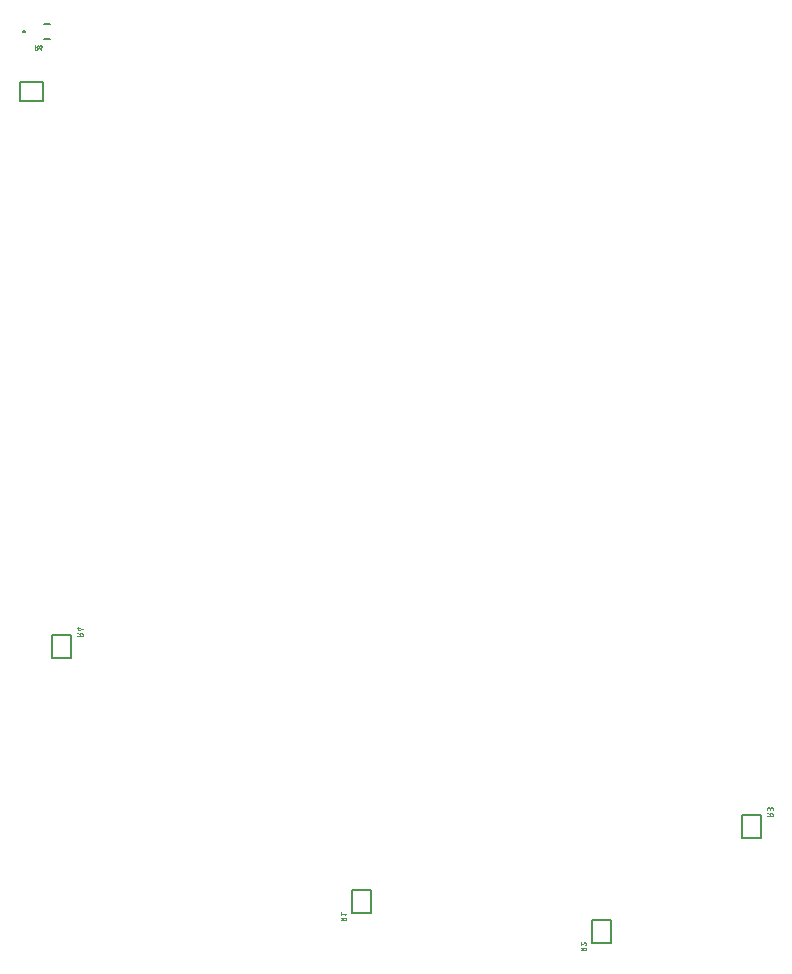
<source format=gbr>
G04 EAGLE Gerber RS-274X export*
G75*
%MOMM*%
%FSLAX34Y34*%
%LPD*%
%INSilkscreen Bottom*%
%IPPOS*%
%AMOC8*
5,1,8,0,0,1.08239X$1,22.5*%
G01*
%ADD10C,0.152400*%
%ADD11C,0.050800*%
%ADD12C,0.025400*%


D10*
X630300Y78900D02*
X630300Y98900D01*
X614300Y98900D01*
X614300Y78900D01*
X630300Y78900D01*
X741300Y167800D02*
X741300Y187800D01*
X741300Y167800D02*
X757300Y167800D01*
X757300Y187800D01*
X741300Y187800D01*
X157100Y320200D02*
X157100Y340200D01*
X157100Y320200D02*
X173100Y320200D01*
X173100Y340200D01*
X157100Y340200D01*
D11*
X401318Y98172D02*
X405820Y98172D01*
X405820Y99423D01*
X405821Y99423D02*
X405819Y99492D01*
X405813Y99561D01*
X405804Y99629D01*
X405791Y99697D01*
X405774Y99763D01*
X405753Y99829D01*
X405729Y99894D01*
X405701Y99957D01*
X405670Y100018D01*
X405636Y100078D01*
X405598Y100136D01*
X405557Y100191D01*
X405513Y100245D01*
X405467Y100295D01*
X405417Y100343D01*
X405365Y100389D01*
X405311Y100431D01*
X405254Y100470D01*
X405196Y100506D01*
X405135Y100539D01*
X405073Y100569D01*
X405009Y100595D01*
X404943Y100617D01*
X404877Y100636D01*
X404810Y100651D01*
X404742Y100662D01*
X404673Y100670D01*
X404604Y100674D01*
X404536Y100674D01*
X404467Y100670D01*
X404398Y100662D01*
X404330Y100651D01*
X404263Y100636D01*
X404197Y100617D01*
X404131Y100595D01*
X404067Y100569D01*
X404005Y100539D01*
X403945Y100506D01*
X403886Y100470D01*
X403829Y100431D01*
X403775Y100389D01*
X403723Y100343D01*
X403673Y100295D01*
X403627Y100245D01*
X403583Y100191D01*
X403542Y100136D01*
X403504Y100078D01*
X403470Y100018D01*
X403439Y99957D01*
X403411Y99894D01*
X403387Y99829D01*
X403366Y99763D01*
X403349Y99697D01*
X403336Y99629D01*
X403327Y99561D01*
X403321Y99492D01*
X403319Y99423D01*
X403319Y98172D01*
X403319Y99673D02*
X401318Y100673D01*
X404820Y102648D02*
X405820Y103898D01*
X401318Y103898D01*
X401318Y102648D02*
X401318Y105149D01*
X604518Y72772D02*
X609020Y72772D01*
X609020Y74023D01*
X609021Y74023D02*
X609019Y74092D01*
X609013Y74161D01*
X609004Y74229D01*
X608991Y74297D01*
X608974Y74363D01*
X608953Y74429D01*
X608929Y74494D01*
X608901Y74557D01*
X608870Y74618D01*
X608836Y74678D01*
X608798Y74736D01*
X608757Y74791D01*
X608713Y74845D01*
X608667Y74895D01*
X608617Y74943D01*
X608565Y74989D01*
X608511Y75031D01*
X608454Y75070D01*
X608396Y75106D01*
X608335Y75139D01*
X608273Y75169D01*
X608209Y75195D01*
X608143Y75217D01*
X608077Y75236D01*
X608010Y75251D01*
X607942Y75262D01*
X607873Y75270D01*
X607804Y75274D01*
X607736Y75274D01*
X607667Y75270D01*
X607598Y75262D01*
X607530Y75251D01*
X607463Y75236D01*
X607397Y75217D01*
X607331Y75195D01*
X607267Y75169D01*
X607205Y75139D01*
X607145Y75106D01*
X607086Y75070D01*
X607029Y75031D01*
X606975Y74989D01*
X606923Y74943D01*
X606873Y74895D01*
X606827Y74845D01*
X606783Y74791D01*
X606742Y74736D01*
X606704Y74678D01*
X606670Y74618D01*
X606639Y74557D01*
X606611Y74494D01*
X606587Y74429D01*
X606566Y74363D01*
X606549Y74297D01*
X606536Y74229D01*
X606527Y74161D01*
X606521Y74092D01*
X606519Y74023D01*
X606519Y72772D01*
X606519Y74273D02*
X604518Y75273D01*
X607895Y79748D02*
X607960Y79746D01*
X608026Y79740D01*
X608090Y79731D01*
X608154Y79718D01*
X608218Y79701D01*
X608280Y79680D01*
X608341Y79656D01*
X608400Y79628D01*
X608458Y79597D01*
X608513Y79563D01*
X608567Y79525D01*
X608618Y79485D01*
X608667Y79441D01*
X608713Y79395D01*
X608757Y79346D01*
X608797Y79295D01*
X608835Y79241D01*
X608869Y79186D01*
X608900Y79128D01*
X608928Y79069D01*
X608952Y79008D01*
X608973Y78946D01*
X608990Y78882D01*
X609003Y78818D01*
X609012Y78754D01*
X609018Y78688D01*
X609020Y78623D01*
X609018Y78550D01*
X609013Y78478D01*
X609004Y78406D01*
X608991Y78334D01*
X608975Y78263D01*
X608955Y78193D01*
X608931Y78124D01*
X608904Y78057D01*
X608874Y77990D01*
X608841Y77926D01*
X608804Y77863D01*
X608764Y77802D01*
X608722Y77743D01*
X608676Y77687D01*
X608628Y77633D01*
X608576Y77581D01*
X608523Y77532D01*
X608467Y77485D01*
X608408Y77442D01*
X608348Y77401D01*
X608285Y77364D01*
X608221Y77330D01*
X608155Y77299D01*
X608088Y77271D01*
X608019Y77247D01*
X607020Y79374D02*
X607066Y79420D01*
X607114Y79463D01*
X607165Y79504D01*
X607219Y79542D01*
X607274Y79577D01*
X607330Y79609D01*
X607389Y79638D01*
X607449Y79664D01*
X607510Y79686D01*
X607573Y79705D01*
X607636Y79721D01*
X607700Y79733D01*
X607765Y79742D01*
X607830Y79747D01*
X607895Y79749D01*
X607019Y79374D02*
X604518Y77248D01*
X604518Y79749D01*
X762580Y186951D02*
X767082Y186951D01*
X767082Y188202D01*
X767080Y188271D01*
X767074Y188340D01*
X767065Y188408D01*
X767052Y188476D01*
X767035Y188542D01*
X767014Y188608D01*
X766990Y188673D01*
X766962Y188736D01*
X766931Y188797D01*
X766897Y188857D01*
X766859Y188915D01*
X766818Y188970D01*
X766774Y189024D01*
X766728Y189074D01*
X766678Y189122D01*
X766626Y189168D01*
X766572Y189210D01*
X766515Y189249D01*
X766457Y189285D01*
X766396Y189318D01*
X766334Y189348D01*
X766270Y189374D01*
X766204Y189396D01*
X766138Y189415D01*
X766071Y189430D01*
X766003Y189441D01*
X765934Y189449D01*
X765865Y189453D01*
X765797Y189453D01*
X765728Y189449D01*
X765659Y189441D01*
X765591Y189430D01*
X765524Y189415D01*
X765458Y189396D01*
X765392Y189374D01*
X765328Y189348D01*
X765266Y189318D01*
X765206Y189285D01*
X765147Y189249D01*
X765090Y189210D01*
X765036Y189168D01*
X764984Y189122D01*
X764934Y189074D01*
X764888Y189024D01*
X764844Y188970D01*
X764803Y188915D01*
X764765Y188857D01*
X764731Y188797D01*
X764700Y188736D01*
X764672Y188673D01*
X764648Y188608D01*
X764627Y188542D01*
X764610Y188476D01*
X764597Y188408D01*
X764588Y188340D01*
X764582Y188271D01*
X764580Y188202D01*
X764581Y188202D02*
X764581Y186951D01*
X764581Y188452D02*
X762580Y189452D01*
X762580Y191427D02*
X762580Y192677D01*
X762582Y192746D01*
X762588Y192815D01*
X762597Y192883D01*
X762610Y192950D01*
X762627Y193017D01*
X762648Y193083D01*
X762672Y193147D01*
X762700Y193210D01*
X762731Y193272D01*
X762765Y193332D01*
X762803Y193389D01*
X762844Y193445D01*
X762887Y193498D01*
X762934Y193549D01*
X762983Y193597D01*
X763035Y193642D01*
X763090Y193684D01*
X763146Y193723D01*
X763205Y193760D01*
X763266Y193792D01*
X763328Y193822D01*
X763392Y193848D01*
X763457Y193870D01*
X763523Y193889D01*
X763590Y193904D01*
X763658Y193915D01*
X763727Y193923D01*
X763796Y193927D01*
X763864Y193927D01*
X763933Y193923D01*
X764002Y193915D01*
X764070Y193904D01*
X764137Y193889D01*
X764203Y193870D01*
X764268Y193848D01*
X764332Y193822D01*
X764394Y193792D01*
X764455Y193760D01*
X764514Y193723D01*
X764570Y193684D01*
X764625Y193642D01*
X764677Y193597D01*
X764726Y193549D01*
X764773Y193498D01*
X764816Y193445D01*
X764857Y193389D01*
X764895Y193332D01*
X764929Y193272D01*
X764960Y193210D01*
X764988Y193147D01*
X765012Y193083D01*
X765033Y193017D01*
X765050Y192950D01*
X765063Y192883D01*
X765072Y192815D01*
X765078Y192746D01*
X765080Y192677D01*
X767082Y192927D02*
X767082Y191427D01*
X767081Y192927D02*
X767079Y192989D01*
X767073Y193050D01*
X767064Y193111D01*
X767051Y193171D01*
X767034Y193230D01*
X767013Y193288D01*
X766989Y193345D01*
X766962Y193400D01*
X766931Y193453D01*
X766897Y193505D01*
X766860Y193554D01*
X766820Y193601D01*
X766777Y193645D01*
X766732Y193686D01*
X766684Y193725D01*
X766633Y193761D01*
X766581Y193793D01*
X766527Y193822D01*
X766471Y193848D01*
X766413Y193870D01*
X766355Y193889D01*
X766295Y193904D01*
X766234Y193915D01*
X766173Y193923D01*
X766112Y193927D01*
X766050Y193927D01*
X765989Y193923D01*
X765928Y193915D01*
X765867Y193904D01*
X765807Y193889D01*
X765749Y193870D01*
X765691Y193848D01*
X765635Y193822D01*
X765581Y193793D01*
X765529Y193761D01*
X765478Y193725D01*
X765430Y193686D01*
X765385Y193645D01*
X765342Y193601D01*
X765302Y193554D01*
X765265Y193505D01*
X765231Y193453D01*
X765200Y193400D01*
X765173Y193345D01*
X765149Y193288D01*
X765128Y193230D01*
X765111Y193171D01*
X765098Y193111D01*
X765089Y193050D01*
X765083Y192989D01*
X765081Y192927D01*
X765081Y191927D01*
X182882Y339351D02*
X178380Y339351D01*
X182882Y339351D02*
X182882Y340602D01*
X182880Y340671D01*
X182874Y340740D01*
X182865Y340808D01*
X182852Y340876D01*
X182835Y340942D01*
X182814Y341008D01*
X182790Y341073D01*
X182762Y341136D01*
X182731Y341197D01*
X182697Y341257D01*
X182659Y341315D01*
X182618Y341370D01*
X182574Y341424D01*
X182528Y341474D01*
X182478Y341522D01*
X182426Y341568D01*
X182372Y341610D01*
X182315Y341649D01*
X182257Y341685D01*
X182196Y341718D01*
X182134Y341748D01*
X182070Y341774D01*
X182004Y341796D01*
X181938Y341815D01*
X181871Y341830D01*
X181803Y341841D01*
X181734Y341849D01*
X181665Y341853D01*
X181597Y341853D01*
X181528Y341849D01*
X181459Y341841D01*
X181391Y341830D01*
X181324Y341815D01*
X181258Y341796D01*
X181192Y341774D01*
X181128Y341748D01*
X181066Y341718D01*
X181006Y341685D01*
X180947Y341649D01*
X180890Y341610D01*
X180836Y341568D01*
X180784Y341522D01*
X180734Y341474D01*
X180688Y341424D01*
X180644Y341370D01*
X180603Y341315D01*
X180565Y341257D01*
X180531Y341197D01*
X180500Y341136D01*
X180472Y341073D01*
X180448Y341008D01*
X180427Y340942D01*
X180410Y340876D01*
X180397Y340808D01*
X180388Y340740D01*
X180382Y340671D01*
X180380Y340602D01*
X180381Y340602D02*
X180381Y339351D01*
X180381Y340852D02*
X178380Y341852D01*
X179380Y343827D02*
X182882Y344827D01*
X179380Y343827D02*
X179380Y346328D01*
X180381Y345578D02*
X178380Y345578D01*
D10*
X154940Y857250D02*
X149860Y857250D01*
X149860Y844550D02*
X154940Y844550D01*
X133858Y850900D02*
X133856Y850954D01*
X133850Y851008D01*
X133841Y851062D01*
X133827Y851115D01*
X133810Y851166D01*
X133789Y851217D01*
X133765Y851265D01*
X133737Y851312D01*
X133706Y851357D01*
X133672Y851399D01*
X133635Y851439D01*
X133595Y851476D01*
X133553Y851510D01*
X133508Y851541D01*
X133461Y851569D01*
X133413Y851593D01*
X133362Y851614D01*
X133311Y851631D01*
X133258Y851645D01*
X133204Y851654D01*
X133150Y851660D01*
X133096Y851662D01*
X133042Y851660D01*
X132988Y851654D01*
X132934Y851645D01*
X132881Y851631D01*
X132830Y851614D01*
X132779Y851593D01*
X132731Y851569D01*
X132684Y851541D01*
X132639Y851510D01*
X132597Y851476D01*
X132557Y851439D01*
X132520Y851399D01*
X132486Y851357D01*
X132455Y851312D01*
X132427Y851265D01*
X132403Y851217D01*
X132382Y851166D01*
X132365Y851115D01*
X132351Y851062D01*
X132342Y851008D01*
X132336Y850954D01*
X132334Y850900D01*
X132336Y850846D01*
X132342Y850792D01*
X132351Y850738D01*
X132365Y850685D01*
X132382Y850634D01*
X132403Y850583D01*
X132427Y850535D01*
X132455Y850488D01*
X132486Y850443D01*
X132520Y850401D01*
X132557Y850361D01*
X132597Y850324D01*
X132639Y850290D01*
X132684Y850259D01*
X132731Y850231D01*
X132779Y850207D01*
X132830Y850186D01*
X132881Y850169D01*
X132934Y850155D01*
X132988Y850146D01*
X133042Y850140D01*
X133096Y850138D01*
X133150Y850140D01*
X133204Y850146D01*
X133258Y850155D01*
X133311Y850169D01*
X133362Y850186D01*
X133413Y850207D01*
X133461Y850231D01*
X133508Y850259D01*
X133553Y850290D01*
X133595Y850324D01*
X133635Y850361D01*
X133672Y850401D01*
X133706Y850443D01*
X133737Y850488D01*
X133765Y850535D01*
X133789Y850583D01*
X133810Y850634D01*
X133827Y850685D01*
X133841Y850738D01*
X133850Y850792D01*
X133856Y850846D01*
X133858Y850900D01*
D12*
X142621Y839343D02*
X142621Y835533D01*
X143679Y835533D01*
X143743Y835535D01*
X143807Y835541D01*
X143870Y835550D01*
X143932Y835564D01*
X143994Y835581D01*
X144054Y835602D01*
X144113Y835626D01*
X144171Y835654D01*
X144226Y835686D01*
X144280Y835720D01*
X144331Y835758D01*
X144381Y835799D01*
X144427Y835843D01*
X144471Y835889D01*
X144512Y835939D01*
X144550Y835990D01*
X144584Y836044D01*
X144616Y836099D01*
X144644Y836157D01*
X144668Y836216D01*
X144689Y836276D01*
X144706Y836338D01*
X144720Y836400D01*
X144729Y836463D01*
X144735Y836527D01*
X144737Y836591D01*
X144735Y836655D01*
X144729Y836719D01*
X144720Y836782D01*
X144706Y836844D01*
X144689Y836906D01*
X144668Y836966D01*
X144644Y837025D01*
X144616Y837083D01*
X144584Y837138D01*
X144550Y837192D01*
X144512Y837243D01*
X144471Y837293D01*
X144427Y837339D01*
X144381Y837383D01*
X144331Y837424D01*
X144280Y837462D01*
X144226Y837496D01*
X144171Y837528D01*
X144113Y837556D01*
X144054Y837580D01*
X143994Y837601D01*
X143932Y837618D01*
X143870Y837632D01*
X143807Y837641D01*
X143743Y837647D01*
X143679Y837649D01*
X143679Y837650D02*
X142621Y837650D01*
X143891Y837650D02*
X144738Y839343D01*
X146258Y837226D02*
X147528Y837226D01*
X147583Y837228D01*
X147639Y837233D01*
X147693Y837242D01*
X147747Y837255D01*
X147800Y837271D01*
X147852Y837290D01*
X147903Y837313D01*
X147952Y837339D01*
X147999Y837369D01*
X148044Y837401D01*
X148086Y837436D01*
X148127Y837474D01*
X148165Y837515D01*
X148200Y837557D01*
X148232Y837602D01*
X148262Y837650D01*
X148288Y837698D01*
X148311Y837749D01*
X148330Y837801D01*
X148346Y837854D01*
X148359Y837908D01*
X148368Y837962D01*
X148373Y838018D01*
X148375Y838073D01*
X148374Y838073D02*
X148374Y838285D01*
X148372Y838349D01*
X148366Y838413D01*
X148357Y838476D01*
X148343Y838538D01*
X148326Y838600D01*
X148305Y838660D01*
X148281Y838719D01*
X148253Y838777D01*
X148221Y838832D01*
X148187Y838886D01*
X148149Y838937D01*
X148108Y838987D01*
X148064Y839033D01*
X148018Y839077D01*
X147968Y839118D01*
X147917Y839156D01*
X147863Y839190D01*
X147808Y839222D01*
X147750Y839250D01*
X147691Y839274D01*
X147631Y839295D01*
X147569Y839312D01*
X147507Y839326D01*
X147444Y839335D01*
X147380Y839341D01*
X147316Y839343D01*
X147252Y839341D01*
X147188Y839335D01*
X147125Y839326D01*
X147063Y839312D01*
X147001Y839295D01*
X146941Y839274D01*
X146882Y839250D01*
X146824Y839222D01*
X146769Y839190D01*
X146715Y839156D01*
X146664Y839118D01*
X146614Y839077D01*
X146568Y839033D01*
X146524Y838987D01*
X146483Y838937D01*
X146445Y838886D01*
X146411Y838832D01*
X146379Y838777D01*
X146351Y838719D01*
X146327Y838660D01*
X146306Y838600D01*
X146289Y838538D01*
X146275Y838476D01*
X146266Y838413D01*
X146260Y838349D01*
X146258Y838285D01*
X146258Y837226D01*
X146260Y837145D01*
X146266Y837065D01*
X146275Y836985D01*
X146289Y836906D01*
X146306Y836827D01*
X146327Y836749D01*
X146351Y836672D01*
X146379Y836597D01*
X146411Y836523D01*
X146446Y836450D01*
X146485Y836380D01*
X146527Y836311D01*
X146572Y836244D01*
X146620Y836179D01*
X146671Y836117D01*
X146726Y836058D01*
X146783Y836001D01*
X146842Y835947D01*
X146904Y835895D01*
X146969Y835847D01*
X147036Y835802D01*
X147104Y835760D01*
X147175Y835721D01*
X147248Y835686D01*
X147322Y835654D01*
X147397Y835626D01*
X147474Y835602D01*
X147552Y835581D01*
X147631Y835564D01*
X147710Y835550D01*
X147790Y835541D01*
X147870Y835535D01*
X147951Y835533D01*
D10*
X427100Y124300D02*
X427100Y104300D01*
X427100Y124300D02*
X411100Y124300D01*
X411100Y104300D01*
X427100Y104300D01*
X149700Y808100D02*
X129700Y808100D01*
X129700Y792100D01*
X149700Y792100D01*
X149700Y808100D01*
M02*

</source>
